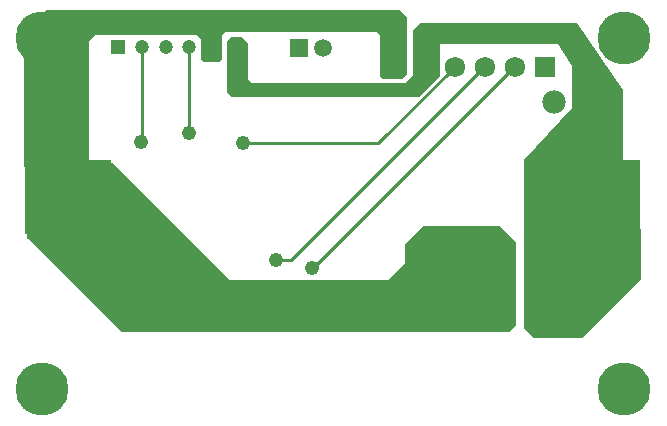
<source format=gbl>
G04*
G04 #@! TF.GenerationSoftware,Altium Limited,Altium Designer,23.4.1 (23)*
G04*
G04 Layer_Physical_Order=2*
G04 Layer_Color=16711680*
%FSLAX44Y44*%
%MOMM*%
G71*
G04*
G04 #@! TF.SameCoordinates,A0B98803-91D0-4B0B-9526-B44C3162FC5B*
G04*
G04*
G04 #@! TF.FilePolarity,Positive*
G04*
G01*
G75*
%ADD31C,1.2000*%
%ADD32R,1.2000X1.2000*%
%ADD35C,0.2540*%
%ADD37C,1.9800*%
%ADD38C,4.5000*%
%ADD39C,1.7250*%
%ADD40R,1.7250X1.7250*%
%ADD41R,1.5000X1.5000*%
%ADD42C,1.5000*%
%ADD43C,1.2192*%
%ADD44C,1.4732*%
%ADD45R,7.3400X6.3500*%
G36*
X1074420Y814070D02*
X1080770Y807720D01*
Y759460D01*
X1076960Y755650D01*
X1060450D01*
X1057910Y758190D01*
Y792480D01*
X1055370Y795020D01*
X927100D01*
X924560Y792480D01*
Y772160D01*
X922020Y769620D01*
X909321Y769620D01*
X906780Y772160D01*
X906780Y788670D01*
X902970Y792480D01*
X816610D01*
X811530Y787400D01*
X811530Y684530D01*
X831850D01*
X930910Y585470D01*
X1065530D01*
X1079500Y599440D01*
Y615950D01*
X1094740Y631190D01*
X1159510Y631190D01*
X1173480Y617220D01*
Y547370D01*
X1167130Y541020D01*
X839470D01*
X759460Y621030D01*
Y680720D01*
X756920D01*
Y795020D01*
X775970Y814070D01*
X1074420Y814070D01*
D02*
G37*
G36*
X1263650Y745982D02*
X1263650Y678180D01*
X1219669Y678180D01*
X1278890Y628650D01*
Y585470D01*
X1229360Y535940D01*
X1188720D01*
X1179830Y544830D01*
Y678180D01*
Y687070D01*
X1220470Y731184D01*
Y766224D01*
X1209040Y784860D01*
X1108710D01*
Y762000D01*
Y758190D01*
X1090930Y740410D01*
X932180Y740410D01*
X928370Y744220D01*
Y787400D01*
X932180Y791210D01*
X941070Y791210D01*
X946150Y786130D01*
Y755650D01*
X949960Y751840D01*
X1079500D01*
X1085850Y758190D01*
X1085850Y796290D01*
X1092200Y802640D01*
X1224619D01*
X1263650Y745982D01*
D02*
G37*
D31*
X936460Y782470D02*
D03*
X916460D02*
D03*
X896460D02*
D03*
X876460D02*
D03*
X856460D02*
D03*
D32*
X836460D02*
D03*
D35*
X1000760Y595630D02*
X1001340D01*
X1171630Y765920D01*
X1172210D01*
X970857Y602557D02*
X982867D01*
X970280Y601980D02*
X970857Y602557D01*
X982867D02*
X1146187Y765877D01*
Y765877D01*
X896460Y782470D02*
X896540Y782390D01*
Y710010D02*
X896620Y709930D01*
X896540Y710010D02*
Y782390D01*
X855980Y702310D02*
X856220Y702550D01*
Y782230D01*
X856460Y782470D01*
X1056530Y701040D02*
X1121410Y765920D01*
X942340Y701040D02*
X1056530D01*
D37*
X1205150Y736320D02*
D03*
D38*
X1264920Y492760D02*
D03*
X772160Y789940D02*
D03*
Y492760D02*
D03*
X1264920Y789940D02*
D03*
D39*
X1070610Y765920D02*
D03*
X1096010D02*
D03*
X1121410D02*
D03*
X1146810D02*
D03*
X1172210D02*
D03*
D40*
X1197610D02*
D03*
D41*
X989490Y781470D02*
D03*
D42*
X1009490D02*
D03*
D43*
X1000760Y595630D02*
D03*
X970280Y601980D02*
D03*
X896620Y709930D02*
D03*
X855980Y702310D02*
D03*
X942340Y701040D02*
D03*
D44*
X1187450Y567690D02*
D03*
Y601980D02*
D03*
X1117600Y615950D02*
D03*
X939800Y549910D02*
D03*
X1019810Y577850D02*
D03*
X1164590Y551180D02*
D03*
D45*
X793750Y655320D02*
D03*
X1241850D02*
D03*
M02*

</source>
